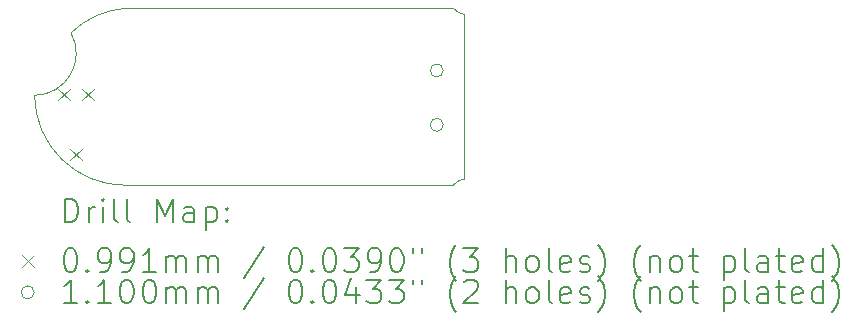
<source format=gbr>
%TF.GenerationSoftware,KiCad,Pcbnew,7.0.7*%
%TF.CreationDate,2024-01-11T13:54:03+01:00*%
%TF.ProjectId,ovrdrive,6f767264-7269-4766-952e-6b696361645f,rev?*%
%TF.SameCoordinates,Original*%
%TF.FileFunction,Drillmap*%
%TF.FilePolarity,Positive*%
%FSLAX45Y45*%
G04 Gerber Fmt 4.5, Leading zero omitted, Abs format (unit mm)*
G04 Created by KiCad (PCBNEW 7.0.7) date 2024-01-11 13:54:03*
%MOMM*%
%LPD*%
G01*
G04 APERTURE LIST*
%ADD10C,0.050000*%
%ADD11C,0.200000*%
%ADD12C,0.099060*%
%ADD13C,0.110000*%
G04 APERTURE END LIST*
D10*
X11579998Y-9662374D02*
G75*
G03*
X11112777Y-9870724I58602J-759457D01*
G01*
X11580000Y-11162372D02*
X14348446Y-11162372D01*
X10803822Y-10400780D02*
G75*
G03*
X11580000Y-11162372I770138J8570D01*
G01*
X14443451Y-11107373D02*
G75*
G03*
X14348452Y-11162372I32589J-165837D01*
G01*
X10803826Y-10400781D02*
G75*
G03*
X11112777Y-9870724I-2361J356443D01*
G01*
X14348452Y-9662371D02*
G75*
G03*
X14443451Y-9717372I127588J110831D01*
G01*
X14443446Y-9717372D02*
X14443446Y-11107372D01*
X11580000Y-9662372D02*
X14348446Y-9662372D01*
D11*
D12*
X11005370Y-10343470D02*
X11104430Y-10442530D01*
X11104430Y-10343470D02*
X11005370Y-10442530D01*
X11106970Y-10851470D02*
X11206030Y-10950530D01*
X11206030Y-10851470D02*
X11106970Y-10950530D01*
X11208570Y-10343470D02*
X11307630Y-10442530D01*
X11307630Y-10343470D02*
X11208570Y-10442530D01*
D13*
X14265000Y-10190000D02*
G75*
G03*
X14265000Y-10190000I-55000J0D01*
G01*
X14265000Y-10650000D02*
G75*
G03*
X14265000Y-10650000I-55000J0D01*
G01*
D11*
X11062103Y-11476379D02*
X11062103Y-11276379D01*
X11062103Y-11276379D02*
X11109722Y-11276379D01*
X11109722Y-11276379D02*
X11138294Y-11285903D01*
X11138294Y-11285903D02*
X11157341Y-11304951D01*
X11157341Y-11304951D02*
X11166865Y-11323998D01*
X11166865Y-11323998D02*
X11176389Y-11362094D01*
X11176389Y-11362094D02*
X11176389Y-11390665D01*
X11176389Y-11390665D02*
X11166865Y-11428760D01*
X11166865Y-11428760D02*
X11157341Y-11447808D01*
X11157341Y-11447808D02*
X11138294Y-11466856D01*
X11138294Y-11466856D02*
X11109722Y-11476379D01*
X11109722Y-11476379D02*
X11062103Y-11476379D01*
X11262103Y-11476379D02*
X11262103Y-11343046D01*
X11262103Y-11381141D02*
X11271627Y-11362094D01*
X11271627Y-11362094D02*
X11281151Y-11352570D01*
X11281151Y-11352570D02*
X11300198Y-11343046D01*
X11300198Y-11343046D02*
X11319246Y-11343046D01*
X11385913Y-11476379D02*
X11385913Y-11343046D01*
X11385913Y-11276379D02*
X11376389Y-11285903D01*
X11376389Y-11285903D02*
X11385913Y-11295427D01*
X11385913Y-11295427D02*
X11395436Y-11285903D01*
X11395436Y-11285903D02*
X11385913Y-11276379D01*
X11385913Y-11276379D02*
X11385913Y-11295427D01*
X11509722Y-11476379D02*
X11490674Y-11466856D01*
X11490674Y-11466856D02*
X11481151Y-11447808D01*
X11481151Y-11447808D02*
X11481151Y-11276379D01*
X11614484Y-11476379D02*
X11595436Y-11466856D01*
X11595436Y-11466856D02*
X11585913Y-11447808D01*
X11585913Y-11447808D02*
X11585913Y-11276379D01*
X11843055Y-11476379D02*
X11843055Y-11276379D01*
X11843055Y-11276379D02*
X11909722Y-11419236D01*
X11909722Y-11419236D02*
X11976389Y-11276379D01*
X11976389Y-11276379D02*
X11976389Y-11476379D01*
X12157341Y-11476379D02*
X12157341Y-11371617D01*
X12157341Y-11371617D02*
X12147817Y-11352570D01*
X12147817Y-11352570D02*
X12128770Y-11343046D01*
X12128770Y-11343046D02*
X12090674Y-11343046D01*
X12090674Y-11343046D02*
X12071627Y-11352570D01*
X12157341Y-11466856D02*
X12138294Y-11476379D01*
X12138294Y-11476379D02*
X12090674Y-11476379D01*
X12090674Y-11476379D02*
X12071627Y-11466856D01*
X12071627Y-11466856D02*
X12062103Y-11447808D01*
X12062103Y-11447808D02*
X12062103Y-11428760D01*
X12062103Y-11428760D02*
X12071627Y-11409713D01*
X12071627Y-11409713D02*
X12090674Y-11400189D01*
X12090674Y-11400189D02*
X12138294Y-11400189D01*
X12138294Y-11400189D02*
X12157341Y-11390665D01*
X12252579Y-11343046D02*
X12252579Y-11543046D01*
X12252579Y-11352570D02*
X12271627Y-11343046D01*
X12271627Y-11343046D02*
X12309722Y-11343046D01*
X12309722Y-11343046D02*
X12328770Y-11352570D01*
X12328770Y-11352570D02*
X12338294Y-11362094D01*
X12338294Y-11362094D02*
X12347817Y-11381141D01*
X12347817Y-11381141D02*
X12347817Y-11438284D01*
X12347817Y-11438284D02*
X12338294Y-11457332D01*
X12338294Y-11457332D02*
X12328770Y-11466856D01*
X12328770Y-11466856D02*
X12309722Y-11476379D01*
X12309722Y-11476379D02*
X12271627Y-11476379D01*
X12271627Y-11476379D02*
X12252579Y-11466856D01*
X12433532Y-11457332D02*
X12443055Y-11466856D01*
X12443055Y-11466856D02*
X12433532Y-11476379D01*
X12433532Y-11476379D02*
X12424008Y-11466856D01*
X12424008Y-11466856D02*
X12433532Y-11457332D01*
X12433532Y-11457332D02*
X12433532Y-11476379D01*
X12433532Y-11352570D02*
X12443055Y-11362094D01*
X12443055Y-11362094D02*
X12433532Y-11371617D01*
X12433532Y-11371617D02*
X12424008Y-11362094D01*
X12424008Y-11362094D02*
X12433532Y-11352570D01*
X12433532Y-11352570D02*
X12433532Y-11371617D01*
D12*
X10702266Y-11755366D02*
X10801326Y-11854426D01*
X10801326Y-11755366D02*
X10702266Y-11854426D01*
D11*
X11100198Y-11696379D02*
X11119246Y-11696379D01*
X11119246Y-11696379D02*
X11138294Y-11705903D01*
X11138294Y-11705903D02*
X11147817Y-11715427D01*
X11147817Y-11715427D02*
X11157341Y-11734475D01*
X11157341Y-11734475D02*
X11166865Y-11772570D01*
X11166865Y-11772570D02*
X11166865Y-11820189D01*
X11166865Y-11820189D02*
X11157341Y-11858284D01*
X11157341Y-11858284D02*
X11147817Y-11877332D01*
X11147817Y-11877332D02*
X11138294Y-11886856D01*
X11138294Y-11886856D02*
X11119246Y-11896379D01*
X11119246Y-11896379D02*
X11100198Y-11896379D01*
X11100198Y-11896379D02*
X11081151Y-11886856D01*
X11081151Y-11886856D02*
X11071627Y-11877332D01*
X11071627Y-11877332D02*
X11062103Y-11858284D01*
X11062103Y-11858284D02*
X11052579Y-11820189D01*
X11052579Y-11820189D02*
X11052579Y-11772570D01*
X11052579Y-11772570D02*
X11062103Y-11734475D01*
X11062103Y-11734475D02*
X11071627Y-11715427D01*
X11071627Y-11715427D02*
X11081151Y-11705903D01*
X11081151Y-11705903D02*
X11100198Y-11696379D01*
X11252579Y-11877332D02*
X11262103Y-11886856D01*
X11262103Y-11886856D02*
X11252579Y-11896379D01*
X11252579Y-11896379D02*
X11243055Y-11886856D01*
X11243055Y-11886856D02*
X11252579Y-11877332D01*
X11252579Y-11877332D02*
X11252579Y-11896379D01*
X11357341Y-11896379D02*
X11395436Y-11896379D01*
X11395436Y-11896379D02*
X11414484Y-11886856D01*
X11414484Y-11886856D02*
X11424008Y-11877332D01*
X11424008Y-11877332D02*
X11443055Y-11848760D01*
X11443055Y-11848760D02*
X11452579Y-11810665D01*
X11452579Y-11810665D02*
X11452579Y-11734475D01*
X11452579Y-11734475D02*
X11443055Y-11715427D01*
X11443055Y-11715427D02*
X11433532Y-11705903D01*
X11433532Y-11705903D02*
X11414484Y-11696379D01*
X11414484Y-11696379D02*
X11376389Y-11696379D01*
X11376389Y-11696379D02*
X11357341Y-11705903D01*
X11357341Y-11705903D02*
X11347817Y-11715427D01*
X11347817Y-11715427D02*
X11338294Y-11734475D01*
X11338294Y-11734475D02*
X11338294Y-11782094D01*
X11338294Y-11782094D02*
X11347817Y-11801141D01*
X11347817Y-11801141D02*
X11357341Y-11810665D01*
X11357341Y-11810665D02*
X11376389Y-11820189D01*
X11376389Y-11820189D02*
X11414484Y-11820189D01*
X11414484Y-11820189D02*
X11433532Y-11810665D01*
X11433532Y-11810665D02*
X11443055Y-11801141D01*
X11443055Y-11801141D02*
X11452579Y-11782094D01*
X11547817Y-11896379D02*
X11585913Y-11896379D01*
X11585913Y-11896379D02*
X11604960Y-11886856D01*
X11604960Y-11886856D02*
X11614484Y-11877332D01*
X11614484Y-11877332D02*
X11633532Y-11848760D01*
X11633532Y-11848760D02*
X11643055Y-11810665D01*
X11643055Y-11810665D02*
X11643055Y-11734475D01*
X11643055Y-11734475D02*
X11633532Y-11715427D01*
X11633532Y-11715427D02*
X11624008Y-11705903D01*
X11624008Y-11705903D02*
X11604960Y-11696379D01*
X11604960Y-11696379D02*
X11566865Y-11696379D01*
X11566865Y-11696379D02*
X11547817Y-11705903D01*
X11547817Y-11705903D02*
X11538294Y-11715427D01*
X11538294Y-11715427D02*
X11528770Y-11734475D01*
X11528770Y-11734475D02*
X11528770Y-11782094D01*
X11528770Y-11782094D02*
X11538294Y-11801141D01*
X11538294Y-11801141D02*
X11547817Y-11810665D01*
X11547817Y-11810665D02*
X11566865Y-11820189D01*
X11566865Y-11820189D02*
X11604960Y-11820189D01*
X11604960Y-11820189D02*
X11624008Y-11810665D01*
X11624008Y-11810665D02*
X11633532Y-11801141D01*
X11633532Y-11801141D02*
X11643055Y-11782094D01*
X11833532Y-11896379D02*
X11719246Y-11896379D01*
X11776389Y-11896379D02*
X11776389Y-11696379D01*
X11776389Y-11696379D02*
X11757341Y-11724951D01*
X11757341Y-11724951D02*
X11738294Y-11743998D01*
X11738294Y-11743998D02*
X11719246Y-11753522D01*
X11919246Y-11896379D02*
X11919246Y-11763046D01*
X11919246Y-11782094D02*
X11928770Y-11772570D01*
X11928770Y-11772570D02*
X11947817Y-11763046D01*
X11947817Y-11763046D02*
X11976389Y-11763046D01*
X11976389Y-11763046D02*
X11995436Y-11772570D01*
X11995436Y-11772570D02*
X12004960Y-11791617D01*
X12004960Y-11791617D02*
X12004960Y-11896379D01*
X12004960Y-11791617D02*
X12014484Y-11772570D01*
X12014484Y-11772570D02*
X12033532Y-11763046D01*
X12033532Y-11763046D02*
X12062103Y-11763046D01*
X12062103Y-11763046D02*
X12081151Y-11772570D01*
X12081151Y-11772570D02*
X12090675Y-11791617D01*
X12090675Y-11791617D02*
X12090675Y-11896379D01*
X12185913Y-11896379D02*
X12185913Y-11763046D01*
X12185913Y-11782094D02*
X12195436Y-11772570D01*
X12195436Y-11772570D02*
X12214484Y-11763046D01*
X12214484Y-11763046D02*
X12243056Y-11763046D01*
X12243056Y-11763046D02*
X12262103Y-11772570D01*
X12262103Y-11772570D02*
X12271627Y-11791617D01*
X12271627Y-11791617D02*
X12271627Y-11896379D01*
X12271627Y-11791617D02*
X12281151Y-11772570D01*
X12281151Y-11772570D02*
X12300198Y-11763046D01*
X12300198Y-11763046D02*
X12328770Y-11763046D01*
X12328770Y-11763046D02*
X12347817Y-11772570D01*
X12347817Y-11772570D02*
X12357341Y-11791617D01*
X12357341Y-11791617D02*
X12357341Y-11896379D01*
X12747817Y-11686856D02*
X12576389Y-11943998D01*
X13004960Y-11696379D02*
X13024008Y-11696379D01*
X13024008Y-11696379D02*
X13043056Y-11705903D01*
X13043056Y-11705903D02*
X13052579Y-11715427D01*
X13052579Y-11715427D02*
X13062103Y-11734475D01*
X13062103Y-11734475D02*
X13071627Y-11772570D01*
X13071627Y-11772570D02*
X13071627Y-11820189D01*
X13071627Y-11820189D02*
X13062103Y-11858284D01*
X13062103Y-11858284D02*
X13052579Y-11877332D01*
X13052579Y-11877332D02*
X13043056Y-11886856D01*
X13043056Y-11886856D02*
X13024008Y-11896379D01*
X13024008Y-11896379D02*
X13004960Y-11896379D01*
X13004960Y-11896379D02*
X12985913Y-11886856D01*
X12985913Y-11886856D02*
X12976389Y-11877332D01*
X12976389Y-11877332D02*
X12966865Y-11858284D01*
X12966865Y-11858284D02*
X12957341Y-11820189D01*
X12957341Y-11820189D02*
X12957341Y-11772570D01*
X12957341Y-11772570D02*
X12966865Y-11734475D01*
X12966865Y-11734475D02*
X12976389Y-11715427D01*
X12976389Y-11715427D02*
X12985913Y-11705903D01*
X12985913Y-11705903D02*
X13004960Y-11696379D01*
X13157341Y-11877332D02*
X13166865Y-11886856D01*
X13166865Y-11886856D02*
X13157341Y-11896379D01*
X13157341Y-11896379D02*
X13147818Y-11886856D01*
X13147818Y-11886856D02*
X13157341Y-11877332D01*
X13157341Y-11877332D02*
X13157341Y-11896379D01*
X13290675Y-11696379D02*
X13309722Y-11696379D01*
X13309722Y-11696379D02*
X13328770Y-11705903D01*
X13328770Y-11705903D02*
X13338294Y-11715427D01*
X13338294Y-11715427D02*
X13347818Y-11734475D01*
X13347818Y-11734475D02*
X13357341Y-11772570D01*
X13357341Y-11772570D02*
X13357341Y-11820189D01*
X13357341Y-11820189D02*
X13347818Y-11858284D01*
X13347818Y-11858284D02*
X13338294Y-11877332D01*
X13338294Y-11877332D02*
X13328770Y-11886856D01*
X13328770Y-11886856D02*
X13309722Y-11896379D01*
X13309722Y-11896379D02*
X13290675Y-11896379D01*
X13290675Y-11896379D02*
X13271627Y-11886856D01*
X13271627Y-11886856D02*
X13262103Y-11877332D01*
X13262103Y-11877332D02*
X13252579Y-11858284D01*
X13252579Y-11858284D02*
X13243056Y-11820189D01*
X13243056Y-11820189D02*
X13243056Y-11772570D01*
X13243056Y-11772570D02*
X13252579Y-11734475D01*
X13252579Y-11734475D02*
X13262103Y-11715427D01*
X13262103Y-11715427D02*
X13271627Y-11705903D01*
X13271627Y-11705903D02*
X13290675Y-11696379D01*
X13424008Y-11696379D02*
X13547818Y-11696379D01*
X13547818Y-11696379D02*
X13481151Y-11772570D01*
X13481151Y-11772570D02*
X13509722Y-11772570D01*
X13509722Y-11772570D02*
X13528770Y-11782094D01*
X13528770Y-11782094D02*
X13538294Y-11791617D01*
X13538294Y-11791617D02*
X13547818Y-11810665D01*
X13547818Y-11810665D02*
X13547818Y-11858284D01*
X13547818Y-11858284D02*
X13538294Y-11877332D01*
X13538294Y-11877332D02*
X13528770Y-11886856D01*
X13528770Y-11886856D02*
X13509722Y-11896379D01*
X13509722Y-11896379D02*
X13452579Y-11896379D01*
X13452579Y-11896379D02*
X13433532Y-11886856D01*
X13433532Y-11886856D02*
X13424008Y-11877332D01*
X13643056Y-11896379D02*
X13681151Y-11896379D01*
X13681151Y-11896379D02*
X13700199Y-11886856D01*
X13700199Y-11886856D02*
X13709722Y-11877332D01*
X13709722Y-11877332D02*
X13728770Y-11848760D01*
X13728770Y-11848760D02*
X13738294Y-11810665D01*
X13738294Y-11810665D02*
X13738294Y-11734475D01*
X13738294Y-11734475D02*
X13728770Y-11715427D01*
X13728770Y-11715427D02*
X13719246Y-11705903D01*
X13719246Y-11705903D02*
X13700199Y-11696379D01*
X13700199Y-11696379D02*
X13662103Y-11696379D01*
X13662103Y-11696379D02*
X13643056Y-11705903D01*
X13643056Y-11705903D02*
X13633532Y-11715427D01*
X13633532Y-11715427D02*
X13624008Y-11734475D01*
X13624008Y-11734475D02*
X13624008Y-11782094D01*
X13624008Y-11782094D02*
X13633532Y-11801141D01*
X13633532Y-11801141D02*
X13643056Y-11810665D01*
X13643056Y-11810665D02*
X13662103Y-11820189D01*
X13662103Y-11820189D02*
X13700199Y-11820189D01*
X13700199Y-11820189D02*
X13719246Y-11810665D01*
X13719246Y-11810665D02*
X13728770Y-11801141D01*
X13728770Y-11801141D02*
X13738294Y-11782094D01*
X13862103Y-11696379D02*
X13881151Y-11696379D01*
X13881151Y-11696379D02*
X13900199Y-11705903D01*
X13900199Y-11705903D02*
X13909722Y-11715427D01*
X13909722Y-11715427D02*
X13919246Y-11734475D01*
X13919246Y-11734475D02*
X13928770Y-11772570D01*
X13928770Y-11772570D02*
X13928770Y-11820189D01*
X13928770Y-11820189D02*
X13919246Y-11858284D01*
X13919246Y-11858284D02*
X13909722Y-11877332D01*
X13909722Y-11877332D02*
X13900199Y-11886856D01*
X13900199Y-11886856D02*
X13881151Y-11896379D01*
X13881151Y-11896379D02*
X13862103Y-11896379D01*
X13862103Y-11896379D02*
X13843056Y-11886856D01*
X13843056Y-11886856D02*
X13833532Y-11877332D01*
X13833532Y-11877332D02*
X13824008Y-11858284D01*
X13824008Y-11858284D02*
X13814484Y-11820189D01*
X13814484Y-11820189D02*
X13814484Y-11772570D01*
X13814484Y-11772570D02*
X13824008Y-11734475D01*
X13824008Y-11734475D02*
X13833532Y-11715427D01*
X13833532Y-11715427D02*
X13843056Y-11705903D01*
X13843056Y-11705903D02*
X13862103Y-11696379D01*
X14004960Y-11696379D02*
X14004960Y-11734475D01*
X14081151Y-11696379D02*
X14081151Y-11734475D01*
X14376389Y-11972570D02*
X14366865Y-11963046D01*
X14366865Y-11963046D02*
X14347818Y-11934475D01*
X14347818Y-11934475D02*
X14338294Y-11915427D01*
X14338294Y-11915427D02*
X14328770Y-11886856D01*
X14328770Y-11886856D02*
X14319246Y-11839236D01*
X14319246Y-11839236D02*
X14319246Y-11801141D01*
X14319246Y-11801141D02*
X14328770Y-11753522D01*
X14328770Y-11753522D02*
X14338294Y-11724951D01*
X14338294Y-11724951D02*
X14347818Y-11705903D01*
X14347818Y-11705903D02*
X14366865Y-11677332D01*
X14366865Y-11677332D02*
X14376389Y-11667808D01*
X14433532Y-11696379D02*
X14557341Y-11696379D01*
X14557341Y-11696379D02*
X14490675Y-11772570D01*
X14490675Y-11772570D02*
X14519246Y-11772570D01*
X14519246Y-11772570D02*
X14538294Y-11782094D01*
X14538294Y-11782094D02*
X14547818Y-11791617D01*
X14547818Y-11791617D02*
X14557341Y-11810665D01*
X14557341Y-11810665D02*
X14557341Y-11858284D01*
X14557341Y-11858284D02*
X14547818Y-11877332D01*
X14547818Y-11877332D02*
X14538294Y-11886856D01*
X14538294Y-11886856D02*
X14519246Y-11896379D01*
X14519246Y-11896379D02*
X14462103Y-11896379D01*
X14462103Y-11896379D02*
X14443056Y-11886856D01*
X14443056Y-11886856D02*
X14433532Y-11877332D01*
X14795437Y-11896379D02*
X14795437Y-11696379D01*
X14881151Y-11896379D02*
X14881151Y-11791617D01*
X14881151Y-11791617D02*
X14871627Y-11772570D01*
X14871627Y-11772570D02*
X14852580Y-11763046D01*
X14852580Y-11763046D02*
X14824008Y-11763046D01*
X14824008Y-11763046D02*
X14804961Y-11772570D01*
X14804961Y-11772570D02*
X14795437Y-11782094D01*
X15004961Y-11896379D02*
X14985913Y-11886856D01*
X14985913Y-11886856D02*
X14976389Y-11877332D01*
X14976389Y-11877332D02*
X14966865Y-11858284D01*
X14966865Y-11858284D02*
X14966865Y-11801141D01*
X14966865Y-11801141D02*
X14976389Y-11782094D01*
X14976389Y-11782094D02*
X14985913Y-11772570D01*
X14985913Y-11772570D02*
X15004961Y-11763046D01*
X15004961Y-11763046D02*
X15033532Y-11763046D01*
X15033532Y-11763046D02*
X15052580Y-11772570D01*
X15052580Y-11772570D02*
X15062103Y-11782094D01*
X15062103Y-11782094D02*
X15071627Y-11801141D01*
X15071627Y-11801141D02*
X15071627Y-11858284D01*
X15071627Y-11858284D02*
X15062103Y-11877332D01*
X15062103Y-11877332D02*
X15052580Y-11886856D01*
X15052580Y-11886856D02*
X15033532Y-11896379D01*
X15033532Y-11896379D02*
X15004961Y-11896379D01*
X15185913Y-11896379D02*
X15166865Y-11886856D01*
X15166865Y-11886856D02*
X15157342Y-11867808D01*
X15157342Y-11867808D02*
X15157342Y-11696379D01*
X15338294Y-11886856D02*
X15319246Y-11896379D01*
X15319246Y-11896379D02*
X15281151Y-11896379D01*
X15281151Y-11896379D02*
X15262103Y-11886856D01*
X15262103Y-11886856D02*
X15252580Y-11867808D01*
X15252580Y-11867808D02*
X15252580Y-11791617D01*
X15252580Y-11791617D02*
X15262103Y-11772570D01*
X15262103Y-11772570D02*
X15281151Y-11763046D01*
X15281151Y-11763046D02*
X15319246Y-11763046D01*
X15319246Y-11763046D02*
X15338294Y-11772570D01*
X15338294Y-11772570D02*
X15347818Y-11791617D01*
X15347818Y-11791617D02*
X15347818Y-11810665D01*
X15347818Y-11810665D02*
X15252580Y-11829713D01*
X15424008Y-11886856D02*
X15443056Y-11896379D01*
X15443056Y-11896379D02*
X15481151Y-11896379D01*
X15481151Y-11896379D02*
X15500199Y-11886856D01*
X15500199Y-11886856D02*
X15509723Y-11867808D01*
X15509723Y-11867808D02*
X15509723Y-11858284D01*
X15509723Y-11858284D02*
X15500199Y-11839236D01*
X15500199Y-11839236D02*
X15481151Y-11829713D01*
X15481151Y-11829713D02*
X15452580Y-11829713D01*
X15452580Y-11829713D02*
X15433532Y-11820189D01*
X15433532Y-11820189D02*
X15424008Y-11801141D01*
X15424008Y-11801141D02*
X15424008Y-11791617D01*
X15424008Y-11791617D02*
X15433532Y-11772570D01*
X15433532Y-11772570D02*
X15452580Y-11763046D01*
X15452580Y-11763046D02*
X15481151Y-11763046D01*
X15481151Y-11763046D02*
X15500199Y-11772570D01*
X15576389Y-11972570D02*
X15585913Y-11963046D01*
X15585913Y-11963046D02*
X15604961Y-11934475D01*
X15604961Y-11934475D02*
X15614484Y-11915427D01*
X15614484Y-11915427D02*
X15624008Y-11886856D01*
X15624008Y-11886856D02*
X15633532Y-11839236D01*
X15633532Y-11839236D02*
X15633532Y-11801141D01*
X15633532Y-11801141D02*
X15624008Y-11753522D01*
X15624008Y-11753522D02*
X15614484Y-11724951D01*
X15614484Y-11724951D02*
X15604961Y-11705903D01*
X15604961Y-11705903D02*
X15585913Y-11677332D01*
X15585913Y-11677332D02*
X15576389Y-11667808D01*
X15938294Y-11972570D02*
X15928770Y-11963046D01*
X15928770Y-11963046D02*
X15909723Y-11934475D01*
X15909723Y-11934475D02*
X15900199Y-11915427D01*
X15900199Y-11915427D02*
X15890675Y-11886856D01*
X15890675Y-11886856D02*
X15881151Y-11839236D01*
X15881151Y-11839236D02*
X15881151Y-11801141D01*
X15881151Y-11801141D02*
X15890675Y-11753522D01*
X15890675Y-11753522D02*
X15900199Y-11724951D01*
X15900199Y-11724951D02*
X15909723Y-11705903D01*
X15909723Y-11705903D02*
X15928770Y-11677332D01*
X15928770Y-11677332D02*
X15938294Y-11667808D01*
X16014484Y-11763046D02*
X16014484Y-11896379D01*
X16014484Y-11782094D02*
X16024008Y-11772570D01*
X16024008Y-11772570D02*
X16043056Y-11763046D01*
X16043056Y-11763046D02*
X16071627Y-11763046D01*
X16071627Y-11763046D02*
X16090675Y-11772570D01*
X16090675Y-11772570D02*
X16100199Y-11791617D01*
X16100199Y-11791617D02*
X16100199Y-11896379D01*
X16224008Y-11896379D02*
X16204961Y-11886856D01*
X16204961Y-11886856D02*
X16195437Y-11877332D01*
X16195437Y-11877332D02*
X16185913Y-11858284D01*
X16185913Y-11858284D02*
X16185913Y-11801141D01*
X16185913Y-11801141D02*
X16195437Y-11782094D01*
X16195437Y-11782094D02*
X16204961Y-11772570D01*
X16204961Y-11772570D02*
X16224008Y-11763046D01*
X16224008Y-11763046D02*
X16252580Y-11763046D01*
X16252580Y-11763046D02*
X16271627Y-11772570D01*
X16271627Y-11772570D02*
X16281151Y-11782094D01*
X16281151Y-11782094D02*
X16290675Y-11801141D01*
X16290675Y-11801141D02*
X16290675Y-11858284D01*
X16290675Y-11858284D02*
X16281151Y-11877332D01*
X16281151Y-11877332D02*
X16271627Y-11886856D01*
X16271627Y-11886856D02*
X16252580Y-11896379D01*
X16252580Y-11896379D02*
X16224008Y-11896379D01*
X16347818Y-11763046D02*
X16424008Y-11763046D01*
X16376389Y-11696379D02*
X16376389Y-11867808D01*
X16376389Y-11867808D02*
X16385913Y-11886856D01*
X16385913Y-11886856D02*
X16404961Y-11896379D01*
X16404961Y-11896379D02*
X16424008Y-11896379D01*
X16643056Y-11763046D02*
X16643056Y-11963046D01*
X16643056Y-11772570D02*
X16662104Y-11763046D01*
X16662104Y-11763046D02*
X16700199Y-11763046D01*
X16700199Y-11763046D02*
X16719246Y-11772570D01*
X16719246Y-11772570D02*
X16728770Y-11782094D01*
X16728770Y-11782094D02*
X16738294Y-11801141D01*
X16738294Y-11801141D02*
X16738294Y-11858284D01*
X16738294Y-11858284D02*
X16728770Y-11877332D01*
X16728770Y-11877332D02*
X16719246Y-11886856D01*
X16719246Y-11886856D02*
X16700199Y-11896379D01*
X16700199Y-11896379D02*
X16662104Y-11896379D01*
X16662104Y-11896379D02*
X16643056Y-11886856D01*
X16852580Y-11896379D02*
X16833532Y-11886856D01*
X16833532Y-11886856D02*
X16824008Y-11867808D01*
X16824008Y-11867808D02*
X16824008Y-11696379D01*
X17014485Y-11896379D02*
X17014485Y-11791617D01*
X17014485Y-11791617D02*
X17004961Y-11772570D01*
X17004961Y-11772570D02*
X16985913Y-11763046D01*
X16985913Y-11763046D02*
X16947818Y-11763046D01*
X16947818Y-11763046D02*
X16928770Y-11772570D01*
X17014485Y-11886856D02*
X16995437Y-11896379D01*
X16995437Y-11896379D02*
X16947818Y-11896379D01*
X16947818Y-11896379D02*
X16928770Y-11886856D01*
X16928770Y-11886856D02*
X16919247Y-11867808D01*
X16919247Y-11867808D02*
X16919247Y-11848760D01*
X16919247Y-11848760D02*
X16928770Y-11829713D01*
X16928770Y-11829713D02*
X16947818Y-11820189D01*
X16947818Y-11820189D02*
X16995437Y-11820189D01*
X16995437Y-11820189D02*
X17014485Y-11810665D01*
X17081151Y-11763046D02*
X17157342Y-11763046D01*
X17109723Y-11696379D02*
X17109723Y-11867808D01*
X17109723Y-11867808D02*
X17119247Y-11886856D01*
X17119247Y-11886856D02*
X17138294Y-11896379D01*
X17138294Y-11896379D02*
X17157342Y-11896379D01*
X17300199Y-11886856D02*
X17281151Y-11896379D01*
X17281151Y-11896379D02*
X17243056Y-11896379D01*
X17243056Y-11896379D02*
X17224008Y-11886856D01*
X17224008Y-11886856D02*
X17214485Y-11867808D01*
X17214485Y-11867808D02*
X17214485Y-11791617D01*
X17214485Y-11791617D02*
X17224008Y-11772570D01*
X17224008Y-11772570D02*
X17243056Y-11763046D01*
X17243056Y-11763046D02*
X17281151Y-11763046D01*
X17281151Y-11763046D02*
X17300199Y-11772570D01*
X17300199Y-11772570D02*
X17309723Y-11791617D01*
X17309723Y-11791617D02*
X17309723Y-11810665D01*
X17309723Y-11810665D02*
X17214485Y-11829713D01*
X17481151Y-11896379D02*
X17481151Y-11696379D01*
X17481151Y-11886856D02*
X17462104Y-11896379D01*
X17462104Y-11896379D02*
X17424008Y-11896379D01*
X17424008Y-11896379D02*
X17404961Y-11886856D01*
X17404961Y-11886856D02*
X17395437Y-11877332D01*
X17395437Y-11877332D02*
X17385913Y-11858284D01*
X17385913Y-11858284D02*
X17385913Y-11801141D01*
X17385913Y-11801141D02*
X17395437Y-11782094D01*
X17395437Y-11782094D02*
X17404961Y-11772570D01*
X17404961Y-11772570D02*
X17424008Y-11763046D01*
X17424008Y-11763046D02*
X17462104Y-11763046D01*
X17462104Y-11763046D02*
X17481151Y-11772570D01*
X17557342Y-11972570D02*
X17566866Y-11963046D01*
X17566866Y-11963046D02*
X17585913Y-11934475D01*
X17585913Y-11934475D02*
X17595437Y-11915427D01*
X17595437Y-11915427D02*
X17604961Y-11886856D01*
X17604961Y-11886856D02*
X17614485Y-11839236D01*
X17614485Y-11839236D02*
X17614485Y-11801141D01*
X17614485Y-11801141D02*
X17604961Y-11753522D01*
X17604961Y-11753522D02*
X17595437Y-11724951D01*
X17595437Y-11724951D02*
X17585913Y-11705903D01*
X17585913Y-11705903D02*
X17566866Y-11677332D01*
X17566866Y-11677332D02*
X17557342Y-11667808D01*
D13*
X10801326Y-12068896D02*
G75*
G03*
X10801326Y-12068896I-55000J0D01*
G01*
D11*
X11166865Y-12160379D02*
X11052579Y-12160379D01*
X11109722Y-12160379D02*
X11109722Y-11960379D01*
X11109722Y-11960379D02*
X11090675Y-11988951D01*
X11090675Y-11988951D02*
X11071627Y-12007998D01*
X11071627Y-12007998D02*
X11052579Y-12017522D01*
X11252579Y-12141332D02*
X11262103Y-12150856D01*
X11262103Y-12150856D02*
X11252579Y-12160379D01*
X11252579Y-12160379D02*
X11243055Y-12150856D01*
X11243055Y-12150856D02*
X11252579Y-12141332D01*
X11252579Y-12141332D02*
X11252579Y-12160379D01*
X11452579Y-12160379D02*
X11338294Y-12160379D01*
X11395436Y-12160379D02*
X11395436Y-11960379D01*
X11395436Y-11960379D02*
X11376389Y-11988951D01*
X11376389Y-11988951D02*
X11357341Y-12007998D01*
X11357341Y-12007998D02*
X11338294Y-12017522D01*
X11576389Y-11960379D02*
X11595436Y-11960379D01*
X11595436Y-11960379D02*
X11614484Y-11969903D01*
X11614484Y-11969903D02*
X11624008Y-11979427D01*
X11624008Y-11979427D02*
X11633532Y-11998475D01*
X11633532Y-11998475D02*
X11643055Y-12036570D01*
X11643055Y-12036570D02*
X11643055Y-12084189D01*
X11643055Y-12084189D02*
X11633532Y-12122284D01*
X11633532Y-12122284D02*
X11624008Y-12141332D01*
X11624008Y-12141332D02*
X11614484Y-12150856D01*
X11614484Y-12150856D02*
X11595436Y-12160379D01*
X11595436Y-12160379D02*
X11576389Y-12160379D01*
X11576389Y-12160379D02*
X11557341Y-12150856D01*
X11557341Y-12150856D02*
X11547817Y-12141332D01*
X11547817Y-12141332D02*
X11538294Y-12122284D01*
X11538294Y-12122284D02*
X11528770Y-12084189D01*
X11528770Y-12084189D02*
X11528770Y-12036570D01*
X11528770Y-12036570D02*
X11538294Y-11998475D01*
X11538294Y-11998475D02*
X11547817Y-11979427D01*
X11547817Y-11979427D02*
X11557341Y-11969903D01*
X11557341Y-11969903D02*
X11576389Y-11960379D01*
X11766865Y-11960379D02*
X11785913Y-11960379D01*
X11785913Y-11960379D02*
X11804960Y-11969903D01*
X11804960Y-11969903D02*
X11814484Y-11979427D01*
X11814484Y-11979427D02*
X11824008Y-11998475D01*
X11824008Y-11998475D02*
X11833532Y-12036570D01*
X11833532Y-12036570D02*
X11833532Y-12084189D01*
X11833532Y-12084189D02*
X11824008Y-12122284D01*
X11824008Y-12122284D02*
X11814484Y-12141332D01*
X11814484Y-12141332D02*
X11804960Y-12150856D01*
X11804960Y-12150856D02*
X11785913Y-12160379D01*
X11785913Y-12160379D02*
X11766865Y-12160379D01*
X11766865Y-12160379D02*
X11747817Y-12150856D01*
X11747817Y-12150856D02*
X11738294Y-12141332D01*
X11738294Y-12141332D02*
X11728770Y-12122284D01*
X11728770Y-12122284D02*
X11719246Y-12084189D01*
X11719246Y-12084189D02*
X11719246Y-12036570D01*
X11719246Y-12036570D02*
X11728770Y-11998475D01*
X11728770Y-11998475D02*
X11738294Y-11979427D01*
X11738294Y-11979427D02*
X11747817Y-11969903D01*
X11747817Y-11969903D02*
X11766865Y-11960379D01*
X11919246Y-12160379D02*
X11919246Y-12027046D01*
X11919246Y-12046094D02*
X11928770Y-12036570D01*
X11928770Y-12036570D02*
X11947817Y-12027046D01*
X11947817Y-12027046D02*
X11976389Y-12027046D01*
X11976389Y-12027046D02*
X11995436Y-12036570D01*
X11995436Y-12036570D02*
X12004960Y-12055617D01*
X12004960Y-12055617D02*
X12004960Y-12160379D01*
X12004960Y-12055617D02*
X12014484Y-12036570D01*
X12014484Y-12036570D02*
X12033532Y-12027046D01*
X12033532Y-12027046D02*
X12062103Y-12027046D01*
X12062103Y-12027046D02*
X12081151Y-12036570D01*
X12081151Y-12036570D02*
X12090675Y-12055617D01*
X12090675Y-12055617D02*
X12090675Y-12160379D01*
X12185913Y-12160379D02*
X12185913Y-12027046D01*
X12185913Y-12046094D02*
X12195436Y-12036570D01*
X12195436Y-12036570D02*
X12214484Y-12027046D01*
X12214484Y-12027046D02*
X12243056Y-12027046D01*
X12243056Y-12027046D02*
X12262103Y-12036570D01*
X12262103Y-12036570D02*
X12271627Y-12055617D01*
X12271627Y-12055617D02*
X12271627Y-12160379D01*
X12271627Y-12055617D02*
X12281151Y-12036570D01*
X12281151Y-12036570D02*
X12300198Y-12027046D01*
X12300198Y-12027046D02*
X12328770Y-12027046D01*
X12328770Y-12027046D02*
X12347817Y-12036570D01*
X12347817Y-12036570D02*
X12357341Y-12055617D01*
X12357341Y-12055617D02*
X12357341Y-12160379D01*
X12747817Y-11950856D02*
X12576389Y-12207998D01*
X13004960Y-11960379D02*
X13024008Y-11960379D01*
X13024008Y-11960379D02*
X13043056Y-11969903D01*
X13043056Y-11969903D02*
X13052579Y-11979427D01*
X13052579Y-11979427D02*
X13062103Y-11998475D01*
X13062103Y-11998475D02*
X13071627Y-12036570D01*
X13071627Y-12036570D02*
X13071627Y-12084189D01*
X13071627Y-12084189D02*
X13062103Y-12122284D01*
X13062103Y-12122284D02*
X13052579Y-12141332D01*
X13052579Y-12141332D02*
X13043056Y-12150856D01*
X13043056Y-12150856D02*
X13024008Y-12160379D01*
X13024008Y-12160379D02*
X13004960Y-12160379D01*
X13004960Y-12160379D02*
X12985913Y-12150856D01*
X12985913Y-12150856D02*
X12976389Y-12141332D01*
X12976389Y-12141332D02*
X12966865Y-12122284D01*
X12966865Y-12122284D02*
X12957341Y-12084189D01*
X12957341Y-12084189D02*
X12957341Y-12036570D01*
X12957341Y-12036570D02*
X12966865Y-11998475D01*
X12966865Y-11998475D02*
X12976389Y-11979427D01*
X12976389Y-11979427D02*
X12985913Y-11969903D01*
X12985913Y-11969903D02*
X13004960Y-11960379D01*
X13157341Y-12141332D02*
X13166865Y-12150856D01*
X13166865Y-12150856D02*
X13157341Y-12160379D01*
X13157341Y-12160379D02*
X13147818Y-12150856D01*
X13147818Y-12150856D02*
X13157341Y-12141332D01*
X13157341Y-12141332D02*
X13157341Y-12160379D01*
X13290675Y-11960379D02*
X13309722Y-11960379D01*
X13309722Y-11960379D02*
X13328770Y-11969903D01*
X13328770Y-11969903D02*
X13338294Y-11979427D01*
X13338294Y-11979427D02*
X13347818Y-11998475D01*
X13347818Y-11998475D02*
X13357341Y-12036570D01*
X13357341Y-12036570D02*
X13357341Y-12084189D01*
X13357341Y-12084189D02*
X13347818Y-12122284D01*
X13347818Y-12122284D02*
X13338294Y-12141332D01*
X13338294Y-12141332D02*
X13328770Y-12150856D01*
X13328770Y-12150856D02*
X13309722Y-12160379D01*
X13309722Y-12160379D02*
X13290675Y-12160379D01*
X13290675Y-12160379D02*
X13271627Y-12150856D01*
X13271627Y-12150856D02*
X13262103Y-12141332D01*
X13262103Y-12141332D02*
X13252579Y-12122284D01*
X13252579Y-12122284D02*
X13243056Y-12084189D01*
X13243056Y-12084189D02*
X13243056Y-12036570D01*
X13243056Y-12036570D02*
X13252579Y-11998475D01*
X13252579Y-11998475D02*
X13262103Y-11979427D01*
X13262103Y-11979427D02*
X13271627Y-11969903D01*
X13271627Y-11969903D02*
X13290675Y-11960379D01*
X13528770Y-12027046D02*
X13528770Y-12160379D01*
X13481151Y-11950856D02*
X13433532Y-12093713D01*
X13433532Y-12093713D02*
X13557341Y-12093713D01*
X13614484Y-11960379D02*
X13738294Y-11960379D01*
X13738294Y-11960379D02*
X13671627Y-12036570D01*
X13671627Y-12036570D02*
X13700199Y-12036570D01*
X13700199Y-12036570D02*
X13719246Y-12046094D01*
X13719246Y-12046094D02*
X13728770Y-12055617D01*
X13728770Y-12055617D02*
X13738294Y-12074665D01*
X13738294Y-12074665D02*
X13738294Y-12122284D01*
X13738294Y-12122284D02*
X13728770Y-12141332D01*
X13728770Y-12141332D02*
X13719246Y-12150856D01*
X13719246Y-12150856D02*
X13700199Y-12160379D01*
X13700199Y-12160379D02*
X13643056Y-12160379D01*
X13643056Y-12160379D02*
X13624008Y-12150856D01*
X13624008Y-12150856D02*
X13614484Y-12141332D01*
X13804960Y-11960379D02*
X13928770Y-11960379D01*
X13928770Y-11960379D02*
X13862103Y-12036570D01*
X13862103Y-12036570D02*
X13890675Y-12036570D01*
X13890675Y-12036570D02*
X13909722Y-12046094D01*
X13909722Y-12046094D02*
X13919246Y-12055617D01*
X13919246Y-12055617D02*
X13928770Y-12074665D01*
X13928770Y-12074665D02*
X13928770Y-12122284D01*
X13928770Y-12122284D02*
X13919246Y-12141332D01*
X13919246Y-12141332D02*
X13909722Y-12150856D01*
X13909722Y-12150856D02*
X13890675Y-12160379D01*
X13890675Y-12160379D02*
X13833532Y-12160379D01*
X13833532Y-12160379D02*
X13814484Y-12150856D01*
X13814484Y-12150856D02*
X13804960Y-12141332D01*
X14004960Y-11960379D02*
X14004960Y-11998475D01*
X14081151Y-11960379D02*
X14081151Y-11998475D01*
X14376389Y-12236570D02*
X14366865Y-12227046D01*
X14366865Y-12227046D02*
X14347818Y-12198475D01*
X14347818Y-12198475D02*
X14338294Y-12179427D01*
X14338294Y-12179427D02*
X14328770Y-12150856D01*
X14328770Y-12150856D02*
X14319246Y-12103236D01*
X14319246Y-12103236D02*
X14319246Y-12065141D01*
X14319246Y-12065141D02*
X14328770Y-12017522D01*
X14328770Y-12017522D02*
X14338294Y-11988951D01*
X14338294Y-11988951D02*
X14347818Y-11969903D01*
X14347818Y-11969903D02*
X14366865Y-11941332D01*
X14366865Y-11941332D02*
X14376389Y-11931808D01*
X14443056Y-11979427D02*
X14452580Y-11969903D01*
X14452580Y-11969903D02*
X14471627Y-11960379D01*
X14471627Y-11960379D02*
X14519246Y-11960379D01*
X14519246Y-11960379D02*
X14538294Y-11969903D01*
X14538294Y-11969903D02*
X14547818Y-11979427D01*
X14547818Y-11979427D02*
X14557341Y-11998475D01*
X14557341Y-11998475D02*
X14557341Y-12017522D01*
X14557341Y-12017522D02*
X14547818Y-12046094D01*
X14547818Y-12046094D02*
X14433532Y-12160379D01*
X14433532Y-12160379D02*
X14557341Y-12160379D01*
X14795437Y-12160379D02*
X14795437Y-11960379D01*
X14881151Y-12160379D02*
X14881151Y-12055617D01*
X14881151Y-12055617D02*
X14871627Y-12036570D01*
X14871627Y-12036570D02*
X14852580Y-12027046D01*
X14852580Y-12027046D02*
X14824008Y-12027046D01*
X14824008Y-12027046D02*
X14804961Y-12036570D01*
X14804961Y-12036570D02*
X14795437Y-12046094D01*
X15004961Y-12160379D02*
X14985913Y-12150856D01*
X14985913Y-12150856D02*
X14976389Y-12141332D01*
X14976389Y-12141332D02*
X14966865Y-12122284D01*
X14966865Y-12122284D02*
X14966865Y-12065141D01*
X14966865Y-12065141D02*
X14976389Y-12046094D01*
X14976389Y-12046094D02*
X14985913Y-12036570D01*
X14985913Y-12036570D02*
X15004961Y-12027046D01*
X15004961Y-12027046D02*
X15033532Y-12027046D01*
X15033532Y-12027046D02*
X15052580Y-12036570D01*
X15052580Y-12036570D02*
X15062103Y-12046094D01*
X15062103Y-12046094D02*
X15071627Y-12065141D01*
X15071627Y-12065141D02*
X15071627Y-12122284D01*
X15071627Y-12122284D02*
X15062103Y-12141332D01*
X15062103Y-12141332D02*
X15052580Y-12150856D01*
X15052580Y-12150856D02*
X15033532Y-12160379D01*
X15033532Y-12160379D02*
X15004961Y-12160379D01*
X15185913Y-12160379D02*
X15166865Y-12150856D01*
X15166865Y-12150856D02*
X15157342Y-12131808D01*
X15157342Y-12131808D02*
X15157342Y-11960379D01*
X15338294Y-12150856D02*
X15319246Y-12160379D01*
X15319246Y-12160379D02*
X15281151Y-12160379D01*
X15281151Y-12160379D02*
X15262103Y-12150856D01*
X15262103Y-12150856D02*
X15252580Y-12131808D01*
X15252580Y-12131808D02*
X15252580Y-12055617D01*
X15252580Y-12055617D02*
X15262103Y-12036570D01*
X15262103Y-12036570D02*
X15281151Y-12027046D01*
X15281151Y-12027046D02*
X15319246Y-12027046D01*
X15319246Y-12027046D02*
X15338294Y-12036570D01*
X15338294Y-12036570D02*
X15347818Y-12055617D01*
X15347818Y-12055617D02*
X15347818Y-12074665D01*
X15347818Y-12074665D02*
X15252580Y-12093713D01*
X15424008Y-12150856D02*
X15443056Y-12160379D01*
X15443056Y-12160379D02*
X15481151Y-12160379D01*
X15481151Y-12160379D02*
X15500199Y-12150856D01*
X15500199Y-12150856D02*
X15509723Y-12131808D01*
X15509723Y-12131808D02*
X15509723Y-12122284D01*
X15509723Y-12122284D02*
X15500199Y-12103236D01*
X15500199Y-12103236D02*
X15481151Y-12093713D01*
X15481151Y-12093713D02*
X15452580Y-12093713D01*
X15452580Y-12093713D02*
X15433532Y-12084189D01*
X15433532Y-12084189D02*
X15424008Y-12065141D01*
X15424008Y-12065141D02*
X15424008Y-12055617D01*
X15424008Y-12055617D02*
X15433532Y-12036570D01*
X15433532Y-12036570D02*
X15452580Y-12027046D01*
X15452580Y-12027046D02*
X15481151Y-12027046D01*
X15481151Y-12027046D02*
X15500199Y-12036570D01*
X15576389Y-12236570D02*
X15585913Y-12227046D01*
X15585913Y-12227046D02*
X15604961Y-12198475D01*
X15604961Y-12198475D02*
X15614484Y-12179427D01*
X15614484Y-12179427D02*
X15624008Y-12150856D01*
X15624008Y-12150856D02*
X15633532Y-12103236D01*
X15633532Y-12103236D02*
X15633532Y-12065141D01*
X15633532Y-12065141D02*
X15624008Y-12017522D01*
X15624008Y-12017522D02*
X15614484Y-11988951D01*
X15614484Y-11988951D02*
X15604961Y-11969903D01*
X15604961Y-11969903D02*
X15585913Y-11941332D01*
X15585913Y-11941332D02*
X15576389Y-11931808D01*
X15938294Y-12236570D02*
X15928770Y-12227046D01*
X15928770Y-12227046D02*
X15909723Y-12198475D01*
X15909723Y-12198475D02*
X15900199Y-12179427D01*
X15900199Y-12179427D02*
X15890675Y-12150856D01*
X15890675Y-12150856D02*
X15881151Y-12103236D01*
X15881151Y-12103236D02*
X15881151Y-12065141D01*
X15881151Y-12065141D02*
X15890675Y-12017522D01*
X15890675Y-12017522D02*
X15900199Y-11988951D01*
X15900199Y-11988951D02*
X15909723Y-11969903D01*
X15909723Y-11969903D02*
X15928770Y-11941332D01*
X15928770Y-11941332D02*
X15938294Y-11931808D01*
X16014484Y-12027046D02*
X16014484Y-12160379D01*
X16014484Y-12046094D02*
X16024008Y-12036570D01*
X16024008Y-12036570D02*
X16043056Y-12027046D01*
X16043056Y-12027046D02*
X16071627Y-12027046D01*
X16071627Y-12027046D02*
X16090675Y-12036570D01*
X16090675Y-12036570D02*
X16100199Y-12055617D01*
X16100199Y-12055617D02*
X16100199Y-12160379D01*
X16224008Y-12160379D02*
X16204961Y-12150856D01*
X16204961Y-12150856D02*
X16195437Y-12141332D01*
X16195437Y-12141332D02*
X16185913Y-12122284D01*
X16185913Y-12122284D02*
X16185913Y-12065141D01*
X16185913Y-12065141D02*
X16195437Y-12046094D01*
X16195437Y-12046094D02*
X16204961Y-12036570D01*
X16204961Y-12036570D02*
X16224008Y-12027046D01*
X16224008Y-12027046D02*
X16252580Y-12027046D01*
X16252580Y-12027046D02*
X16271627Y-12036570D01*
X16271627Y-12036570D02*
X16281151Y-12046094D01*
X16281151Y-12046094D02*
X16290675Y-12065141D01*
X16290675Y-12065141D02*
X16290675Y-12122284D01*
X16290675Y-12122284D02*
X16281151Y-12141332D01*
X16281151Y-12141332D02*
X16271627Y-12150856D01*
X16271627Y-12150856D02*
X16252580Y-12160379D01*
X16252580Y-12160379D02*
X16224008Y-12160379D01*
X16347818Y-12027046D02*
X16424008Y-12027046D01*
X16376389Y-11960379D02*
X16376389Y-12131808D01*
X16376389Y-12131808D02*
X16385913Y-12150856D01*
X16385913Y-12150856D02*
X16404961Y-12160379D01*
X16404961Y-12160379D02*
X16424008Y-12160379D01*
X16643056Y-12027046D02*
X16643056Y-12227046D01*
X16643056Y-12036570D02*
X16662104Y-12027046D01*
X16662104Y-12027046D02*
X16700199Y-12027046D01*
X16700199Y-12027046D02*
X16719246Y-12036570D01*
X16719246Y-12036570D02*
X16728770Y-12046094D01*
X16728770Y-12046094D02*
X16738294Y-12065141D01*
X16738294Y-12065141D02*
X16738294Y-12122284D01*
X16738294Y-12122284D02*
X16728770Y-12141332D01*
X16728770Y-12141332D02*
X16719246Y-12150856D01*
X16719246Y-12150856D02*
X16700199Y-12160379D01*
X16700199Y-12160379D02*
X16662104Y-12160379D01*
X16662104Y-12160379D02*
X16643056Y-12150856D01*
X16852580Y-12160379D02*
X16833532Y-12150856D01*
X16833532Y-12150856D02*
X16824008Y-12131808D01*
X16824008Y-12131808D02*
X16824008Y-11960379D01*
X17014485Y-12160379D02*
X17014485Y-12055617D01*
X17014485Y-12055617D02*
X17004961Y-12036570D01*
X17004961Y-12036570D02*
X16985913Y-12027046D01*
X16985913Y-12027046D02*
X16947818Y-12027046D01*
X16947818Y-12027046D02*
X16928770Y-12036570D01*
X17014485Y-12150856D02*
X16995437Y-12160379D01*
X16995437Y-12160379D02*
X16947818Y-12160379D01*
X16947818Y-12160379D02*
X16928770Y-12150856D01*
X16928770Y-12150856D02*
X16919247Y-12131808D01*
X16919247Y-12131808D02*
X16919247Y-12112760D01*
X16919247Y-12112760D02*
X16928770Y-12093713D01*
X16928770Y-12093713D02*
X16947818Y-12084189D01*
X16947818Y-12084189D02*
X16995437Y-12084189D01*
X16995437Y-12084189D02*
X17014485Y-12074665D01*
X17081151Y-12027046D02*
X17157342Y-12027046D01*
X17109723Y-11960379D02*
X17109723Y-12131808D01*
X17109723Y-12131808D02*
X17119247Y-12150856D01*
X17119247Y-12150856D02*
X17138294Y-12160379D01*
X17138294Y-12160379D02*
X17157342Y-12160379D01*
X17300199Y-12150856D02*
X17281151Y-12160379D01*
X17281151Y-12160379D02*
X17243056Y-12160379D01*
X17243056Y-12160379D02*
X17224008Y-12150856D01*
X17224008Y-12150856D02*
X17214485Y-12131808D01*
X17214485Y-12131808D02*
X17214485Y-12055617D01*
X17214485Y-12055617D02*
X17224008Y-12036570D01*
X17224008Y-12036570D02*
X17243056Y-12027046D01*
X17243056Y-12027046D02*
X17281151Y-12027046D01*
X17281151Y-12027046D02*
X17300199Y-12036570D01*
X17300199Y-12036570D02*
X17309723Y-12055617D01*
X17309723Y-12055617D02*
X17309723Y-12074665D01*
X17309723Y-12074665D02*
X17214485Y-12093713D01*
X17481151Y-12160379D02*
X17481151Y-11960379D01*
X17481151Y-12150856D02*
X17462104Y-12160379D01*
X17462104Y-12160379D02*
X17424008Y-12160379D01*
X17424008Y-12160379D02*
X17404961Y-12150856D01*
X17404961Y-12150856D02*
X17395437Y-12141332D01*
X17395437Y-12141332D02*
X17385913Y-12122284D01*
X17385913Y-12122284D02*
X17385913Y-12065141D01*
X17385913Y-12065141D02*
X17395437Y-12046094D01*
X17395437Y-12046094D02*
X17404961Y-12036570D01*
X17404961Y-12036570D02*
X17424008Y-12027046D01*
X17424008Y-12027046D02*
X17462104Y-12027046D01*
X17462104Y-12027046D02*
X17481151Y-12036570D01*
X17557342Y-12236570D02*
X17566866Y-12227046D01*
X17566866Y-12227046D02*
X17585913Y-12198475D01*
X17585913Y-12198475D02*
X17595437Y-12179427D01*
X17595437Y-12179427D02*
X17604961Y-12150856D01*
X17604961Y-12150856D02*
X17614485Y-12103236D01*
X17614485Y-12103236D02*
X17614485Y-12065141D01*
X17614485Y-12065141D02*
X17604961Y-12017522D01*
X17604961Y-12017522D02*
X17595437Y-11988951D01*
X17595437Y-11988951D02*
X17585913Y-11969903D01*
X17585913Y-11969903D02*
X17566866Y-11941332D01*
X17566866Y-11941332D02*
X17557342Y-11931808D01*
M02*

</source>
